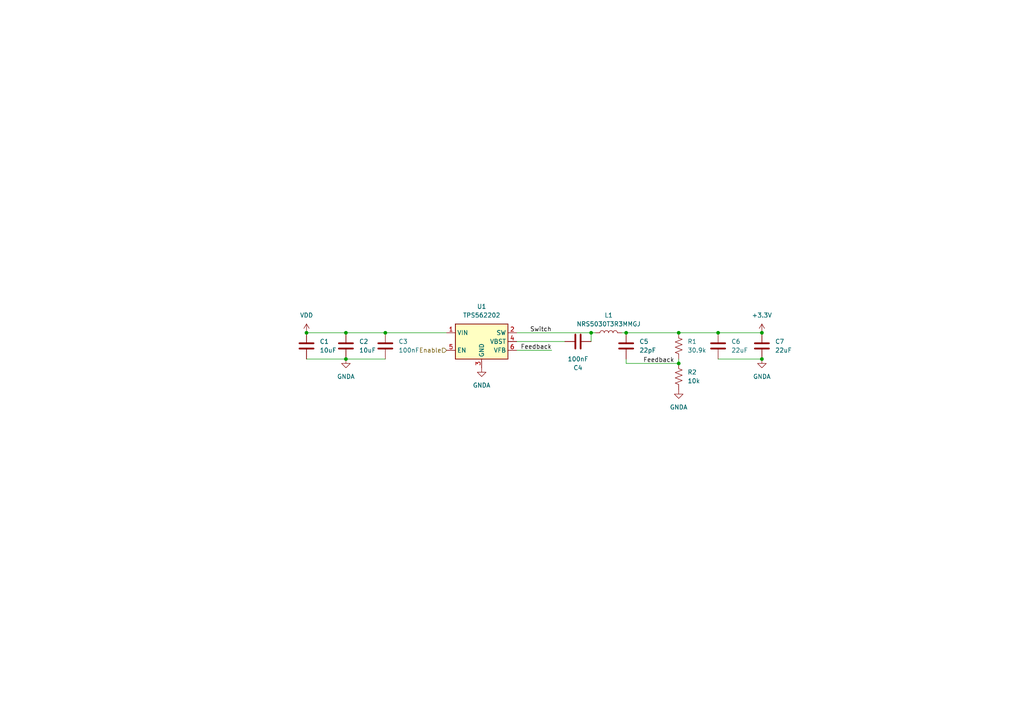
<source format=kicad_sch>
(kicad_sch (version 20250114) (generator "eeschema") (generator_version "9.0")
  (paper "A4")
  (lib_symbols
    (symbol "Device:C" (pin_numbers (hide yes)) (pin_names (offset 0.254))
      (property "Reference" "C" (at 0.635 2.54 0))
      (property "Value" "C" (at 0.635 -2.54 0))
      (symbol "C_0_1"
        (polyline (pts (xy -2.032 0.762) (xy 2.032 0.762)) (stroke (width 0.508)))
        (polyline (pts (xy -2.032 -0.762) (xy 2.032 -0.762)) (stroke (width 0.508)))
      )
      (symbol "C_1_1"
        (pin passive line (at 0 3.81 270) (length 2.794) (name "~") (number "1"))
        (pin passive line (at 0 -3.81 90) (length 2.794) (name "~") (number "2"))
      )
    )
    (symbol "Device:L" (pin_numbers (hide yes)) (pin_names (offset 1.016) (hide yes))
      (property "Reference" "L" (at -1.27 0 90))
      (property "Value" "L" (at 1.905 0 90))
      (symbol "L_0_1"
        (arc (start 0 2.54) (mid 0.6323 1.905) (end 0 1.27))
        (arc (start 0 1.27) (mid 0.6323 0.635) (end 0 0))
        (arc (start 0 0) (mid 0.6323 -0.635) (end 0 -1.27))
        (arc (start 0 -1.27) (mid 0.6323 -1.905) (end 0 -2.54))
      )
      (symbol "L_1_1"
        (pin passive line (at 0 3.81 270) (length 1.27) (name "1") (number "1"))
        (pin passive line (at 0 -3.81 90) (length 1.27) (name "2") (number "2"))
      )
    )
    (symbol "Device:R_US" (pin_numbers (hide yes)) (pin_names (offset 0))
      (property "Reference" "R" (at 2.54 0 90))
      (property "Value" "R_US" (at -2.54 0 90))
      (symbol "R_US_0_1"
        (polyline (pts (xy 0 2.286) (xy 0 2.54)))
        (polyline (pts (xy 0 2.286) (xy 1.016 1.905) (xy 0 1.524) (xy -1.016 1.143) (xy 0 0.762)))
        (polyline (pts (xy 0 0.762) (xy 1.016 0.381) (xy 0 0) (xy -1.016 -0.381) (xy 0 -0.762)))
        (polyline (pts (xy 0 -0.762) (xy 1.016 -1.143) (xy 0 -1.524) (xy -1.016 -1.905) (xy 0 -2.286)))
        (polyline (pts (xy 0 -2.286) (xy 0 -2.54)))
      )
      (symbol "R_US_1_1"
        (pin passive line (at 0 3.81 270) (length 1.27) (name "~") (number "1"))
        (pin passive line (at 0 -3.81 90) (length 1.27) (name "~") (number "2"))
      )
    )
    (symbol "Regulator_Switching:TPS562202"
      (property "Reference" "U" (at -7.62 6.35 0))
      (property "Value" "TPS562202" (at -2.54 6.35 0))
      (symbol "TPS562202_0_1"
        (rectangle (start -7.62 5.08) (end 7.62 -5.08) (stroke (width 0.254)) (fill (type background)))
      )
      (symbol "TPS562202_1_1"
        (pin power_in line (at -10.16 2.54 0) (length 2.54) (name "VIN") (number "1"))
        (pin input line (at -10.16 -2.54 0) (length 2.54) (name "EN") (number "5"))
        (pin power_in line (at 0 -7.62 90) (length 2.54) (name "GND") (number "3"))
        (pin output line (at 10.16 2.54 180) (length 2.54) (name "SW") (number "2"))
        (pin passive line (at 10.16 0 180) (length 2.54) (name "VBST") (number "4"))
        (pin input line (at 10.16 -2.54 180) (length 2.54) (name "VFB") (number "6"))
      )
    )
    (symbol "power:+3.3V" (power) (pin_numbers (hide yes)) (pin_names (offset 0) (hide yes))
      (property "Value" "+3.3V" (at 0 3.556 0))
      (symbol "+3.3V_0_1"
        (polyline (pts (xy -0.762 1.27) (xy 0 2.54)))
        (polyline (pts (xy 0 2.54) (xy 0.762 1.27)))
        (polyline (pts (xy 0 0) (xy 0 2.54)))
      )
      (symbol "+3.3V_1_1"
        (pin power_in line (at 0 0 90) (length 0) (name "~") (number "1"))
      )
    )
    (symbol "power:GNDA" (power) (pin_numbers (hide yes)) (pin_names (offset 0) (hide yes))
      (property "Value" "GNDA" (at 0 -3.81 0))
      (symbol "GNDA_0_1"
        (polyline (pts (xy 0 0) (xy 0 -1.27) (xy 1.27 -1.27) (xy 0 -2.54) (xy -1.27 -1.27) (xy 0 -1.27)))
      )
      (symbol "GNDA_1_1"
        (pin power_in line (at 0 0 270) (length 0) (name "~") (number "1"))
      )
    )
    (symbol "power:VDD" (power) (pin_numbers (hide yes)) (pin_names (offset 0) (hide yes))
      (property "Value" "VDD" (at 0 3.556 0))
      (symbol "VDD_0_1"
        (polyline (pts (xy -0.762 1.27) (xy 0 2.54)))
        (polyline (pts (xy 0 2.54) (xy 0.762 1.27)))
        (polyline (pts (xy 0 0) (xy 0 2.54)))
      )
      (symbol "VDD_1_1"
        (pin power_in line (at 0 0 90) (length 0) (name "~") (number "1"))
      )
    )
  )
  (junction (at 100.33 104.14))
  (junction (at 88.9 96.52))
  (junction (at 111.76 96.52))
  (junction (at 100.33 96.52))
  (junction (at 196.85 96.52))
  (junction (at 208.28 96.52))
  (junction (at 196.85 105.41))
  (junction (at 220.98 96.52))
  (junction (at 171.45 96.52))
  (junction (at 181.61 96.52))
  (junction (at 220.98 104.14))
  (wire (pts (xy 149.86 96.52) (xy 171.45 96.52)))
  (wire (pts (xy 171.45 96.52) (xy 171.45 99.06)))
  (wire (pts (xy 149.86 99.06) (xy 163.83 99.06)))
  (wire (pts (xy 111.76 96.52) (xy 129.54 96.52)))
  (wire (pts (xy 208.28 104.14) (xy 220.98 104.14)))
  (wire (pts (xy 196.85 96.52) (xy 208.28 96.52)))
  (wire (pts (xy 88.9 96.52) (xy 100.33 96.52)))
  (wire (pts (xy 181.61 105.41) (xy 196.85 105.41)))
  (wire (pts (xy 160.02 101.6) (xy 149.86 101.6)))
  (wire (pts (xy 171.45 96.52) (xy 172.72 96.52)))
  (wire (pts (xy 196.85 105.41) (xy 196.85 104.14)))
  (wire (pts (xy 208.28 96.52) (xy 220.98 96.52)))
  (wire (pts (xy 181.61 105.41) (xy 181.61 104.14)))
  (wire (pts (xy 100.33 96.52) (xy 111.76 96.52)))
  (wire (pts (xy 180.34 96.52) (xy 181.61 96.52)))
  (wire (pts (xy 88.9 104.14) (xy 100.33 104.14)))
  (wire (pts (xy 100.33 104.14) (xy 111.76 104.14)))
  (wire (pts (xy 181.61 96.52) (xy 196.85 96.52)))
  (label "Switch" (at 160.02 96.52 180))
  (label "Feedback" (at 160.02 101.6 180))
  (label "Feedback" (at 195.58 105.41 180))
  (hierarchical_label "Enable" (shape input) (at 129.54 101.6 180))
  (symbol (lib_id "Device:R_US") (at 196.85 100.33 0) (unit 1)
    (property "Reference" "R1" (at 199.39 99.0599 0) (effects (justify left)))
    (property "Value" "30.9k" (at 199.39 101.5999 0) (effects (justify left)))
    (property "Footprint" "Resistor_SMD:R_0603_1608Metric_Pad0.98x0.95mm_HandSolder" (effects (hide yes)))
    (property "Description" "Resistor, US symbol" (effects (hide yes)))
  )
  (symbol (lib_id "power:GNDA") (at 196.85 113.03 0) (unit 1)
    (property "Reference" "#PWR08" (effects (hide yes)))
    (property "Value" "GNDA" (at 196.85 118.11 0))
    (property "Description" "Power symbol creates a global label with name \"GNDA\" , analog ground" (effects (hide yes)))
  )
  (symbol (lib_id "power:+3.3V") (at 220.98 96.52 0) (unit 1)
    (property "Reference" "#PWR010" (effects (hide yes)))
    (property "Value" "+3.3V" (at 220.98 91.44 0))
    (property "Description" "Power symbol creates a global label with name \"+3.3V\"" (effects (hide yes)))
  )
  (symbol (lib_id "Device:L") (at 176.53 96.52 90) (unit 1)
    (property "Reference" "L1" (at 176.53 91.44 90))
    (property "Value" "NRS5030T3R3MMGJ" (at 176.53 93.98 90))
    (property "Footprint" "Inductor_SMD:L_Taiyo-Yuden_NR-50xx_HandSoldering" (effects (hide yes)))
    (property "Datasheet" "https://mm.digikey.com/Volume0/opasdata/d220001/medias/docus/413/NRS5030T3R3MMGJ_SS.pdf" (effects (hide yes)))
    (property "Description" "Inductor" (effects (hide yes)))
  )
  (symbol (lib_id "Regulator_Switching:TPS562202") (at 139.7 99.06 0) (unit 1)
    (property "Reference" "U1" (at 139.7 88.9 0))
    (property "Value" "TPS562202" (at 139.7 91.44 0))
    (property "Footprint" "Package_TO_SOT_SMD:SOT-563" (effects (hide yes)))
    (property "Datasheet" "https://www.ti.com/lit/gpn/tps562202" (effects (hide yes)))
    (property "Description" "2A Synchronous Step-Down Voltage Regulator 580kHz, adjustable output voltage, 4.5-17V Input Voltage, 0.804V-7V Output Voltage, SOT-563" (effects (hide yes)))
  )
  (symbol (lib_id "Device:C") (at 88.9 100.33 0) (unit 1)
    (property "Reference" "C1" (at 92.71 99.0599 0) (effects (justify left)))
    (property "Value" "10uF" (at 92.71 101.5999 0) (effects (justify left)))
    (property "Footprint" "Capacitor_SMD:C_0603_1608Metric_Pad1.08x0.95mm_HandSolder" (effects (hide yes)))
    (property "Description" "Unpolarized capacitor" (effects (hide yes)))
  )
  (symbol (lib_id "Device:C") (at 167.64 99.06 90) (mirror x) (unit 1)
    (property "Reference" "C4" (at 167.64 106.68 90))
    (property "Value" "100nF" (at 167.64 104.14 90))
    (property "Footprint" "Capacitor_SMD:C_0603_1608Metric_Pad1.08x0.95mm_HandSolder" (effects (hide yes)))
    (property "Description" "Unpolarized capacitor" (effects (hide yes)))
  )
  (symbol (lib_id "power:GNDA") (at 100.33 104.14 0) (unit 1)
    (property "Reference" "#PWR07" (effects (hide yes)))
    (property "Value" "GNDA" (at 100.33 109.22 0))
    (property "Description" "Power symbol creates a global label with name \"GNDA\" , analog ground" (effects (hide yes)))
  )
  (symbol (lib_id "Device:C") (at 181.61 100.33 0) (unit 1)
    (property "Reference" "C5" (at 185.42 99.0599 0) (effects (justify left)))
    (property "Value" "22pF" (at 185.42 101.5999 0) (effects (justify left)))
    (property "Footprint" "Capacitor_SMD:C_0603_1608Metric_Pad1.08x0.95mm_HandSolder" (effects (hide yes)))
    (property "Description" "Unpolarized capacitor" (effects (hide yes)))
  )
  (symbol (lib_id "Device:C") (at 100.33 100.33 0) (unit 1)
    (property "Reference" "C2" (at 104.14 99.0599 0) (effects (justify left)))
    (property "Value" "10uF" (at 104.14 101.5999 0) (effects (justify left)))
    (property "Footprint" "Capacitor_SMD:C_0603_1608Metric_Pad1.08x0.95mm_HandSolder" (effects (hide yes)))
    (property "Description" "Unpolarized capacitor" (effects (hide yes)))
  )
  (symbol (lib_id "power:GNDA") (at 139.7 106.68 0) (unit 1)
    (property "Reference" "#PWR05" (effects (hide yes)))
    (property "Value" "GNDA" (at 139.7 111.76 0))
    (property "Description" "Power symbol creates a global label with name \"GNDA\" , analog ground" (effects (hide yes)))
  )
  (symbol (lib_id "power:VDD") (at 88.9 96.52 0) (unit 1)
    (property "Reference" "#PWR06" (effects (hide yes)))
    (property "Value" "VDD" (at 88.9 91.44 0))
    (property "Description" "Power symbol creates a global label with name \"VDD\"" (effects (hide yes)))
  )
  (symbol (lib_id "power:GNDA") (at 220.98 104.14 0) (unit 1)
    (property "Reference" "#PWR09" (effects (hide yes)))
    (property "Value" "GNDA" (at 220.98 109.22 0))
    (property "Description" "Power symbol creates a global label with name \"GNDA\" , analog ground" (effects (hide yes)))
  )
  (symbol (lib_id "Device:C") (at 208.28 100.33 0) (unit 1)
    (property "Reference" "C6" (at 212.09 99.0599 0) (effects (justify left)))
    (property "Value" "22uF" (at 212.09 101.5999 0) (effects (justify left)))
    (property "Footprint" "Capacitor_SMD:C_0603_1608Metric_Pad1.08x0.95mm_HandSolder" (effects (hide yes)))
    (property "Description" "Unpolarized capacitor" (effects (hide yes)))
  )
  (symbol (lib_id "Device:C") (at 220.98 100.33 0) (unit 1)
    (property "Reference" "C7" (at 224.79 99.0599 0) (effects (justify left)))
    (property "Value" "22uF" (at 224.79 101.5999 0) (effects (justify left)))
    (property "Footprint" "Capacitor_SMD:C_0603_1608Metric_Pad1.08x0.95mm_HandSolder" (effects (hide yes)))
    (property "Description" "Unpolarized capacitor" (effects (hide yes)))
  )
  (symbol (lib_id "Device:R_US") (at 196.85 109.22 0) (unit 1)
    (property "Reference" "R2" (at 199.39 107.9499 0) (effects (justify left)))
    (property "Value" "10k" (at 199.39 110.4899 0) (effects (justify left)))
    (property "Footprint" "Resistor_SMD:R_0603_1608Metric_Pad0.98x0.95mm_HandSolder" (effects (hide yes)))
    (property "Description" "Resistor, US symbol" (effects (hide yes)))
  )
  (symbol (lib_id "Device:C") (at 111.76 100.33 0) (unit 1)
    (property "Reference" "C3" (at 115.57 99.0599 0) (effects (justify left)))
    (property "Value" "100nF" (at 115.57 101.5999 0) (effects (justify left)))
    (property "Footprint" "Capacitor_SMD:C_0603_1608Metric_Pad1.08x0.95mm_HandSolder" (effects (hide yes)))
    (property "Description" "Unpolarized capacitor" (effects (hide yes)))
  )
)
</source>
